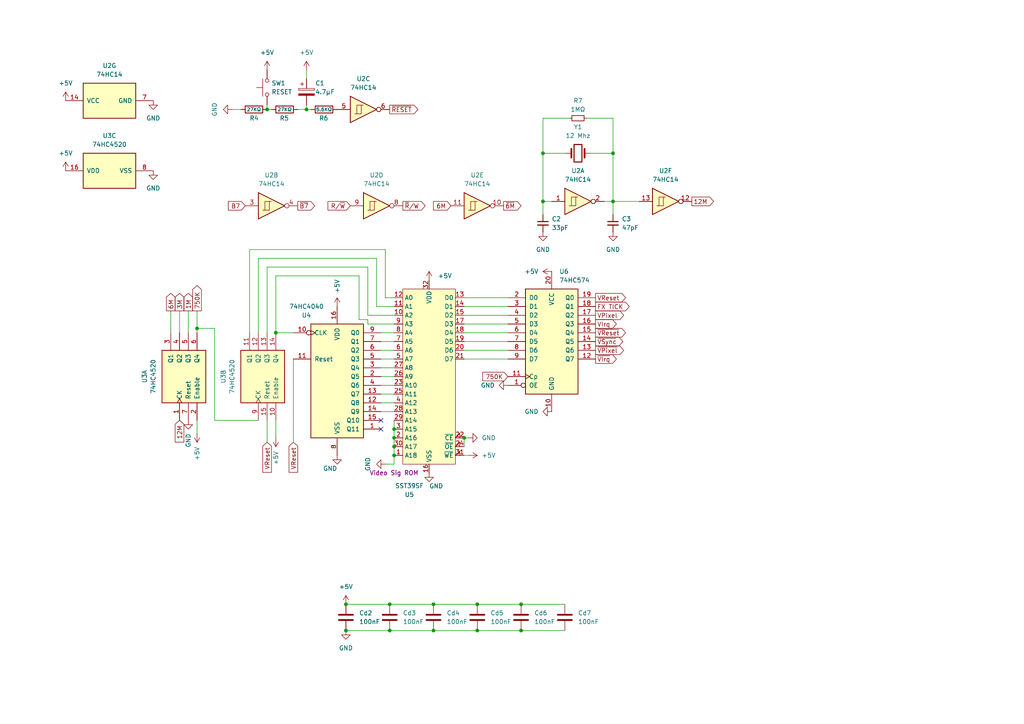
<source format=kicad_sch>
(kicad_sch (version 20230121) (generator eeschema)
  (paper "A4")
  (title_block (title "Clock and Reset"))
  (lib_symbols
    (symbol "4xxx:4040" (pin_names (offset 1.016))
      (property "Reference" "U" (at -7.62 16.51 0))
      (property "Value" "4040" (at -7.62 -19.05 0))
      (symbol "4040_1_0"
        (pin output line (at 12.7 -15.24 180) (length 5.08) (name "Q11") (number "1"))
        (pin input inverted_clock (at -12.7 12.7 0) (length 5.08) (name "CLK") (number "10"))
        (pin input line (at -12.7 5.08 0) (length 5.08) (name "Reset") (number "11"))
        (pin output line (at 12.7 -7.62 180) (length 5.08) (name "Q8") (number "12"))
        (pin output line (at 12.7 -5.08 180) (length 5.08) (name "Q7") (number "13"))
        (pin output line (at 12.7 -10.16 180) (length 5.08) (name "Q9") (number "14"))
        (pin output line (at 12.7 -12.7 180) (length 5.08) (name "Q10") (number "15"))
        (pin power_in line (at 0 20.32 270) (length 5.08) (name "VDD") (number "16"))
        (pin output line (at 12.7 0 180) (length 5.08) (name "Q5") (number "2"))
        (pin output line (at 12.7 2.54 180) (length 5.08) (name "Q4") (number "3"))
        (pin output line (at 12.7 -2.54 180) (length 5.08) (name "Q6") (number "4"))
        (pin output line (at 12.7 5.08 180) (length 5.08) (name "Q3") (number "5"))
        (pin output line (at 12.7 7.62 180) (length 5.08) (name "Q2") (number "6"))
        (pin output line (at 12.7 10.16 180) (length 5.08) (name "Q1") (number "7"))
        (pin power_in line (at 0 -22.86 90) (length 5.08) (name "VSS") (number "8"))
        (pin output line (at 12.7 12.7 180) (length 5.08) (name "Q0") (number "9"))
      )
      (symbol "4040_1_1"
        (rectangle (start -7.62 15.24) (end 7.62 -17.78) (stroke (width 0.254)) (fill (type background)))
      )
    )
    (symbol "4xxx:4520" (pin_names (offset 1.016))
      (property "Reference" "U" (at -7.62 8.89 0))
      (property "Value" "4520" (at -7.62 -8.89 0))
      (symbol "4520_1_0"
        (pin input clock (at -12.7 0 0) (length 5.08) (name "CK") (number "1"))
        (pin input line (at -12.7 -5.08 0) (length 5.08) (name "Enable") (number "2"))
        (pin output line (at 12.7 2.54 180) (length 5.08) (name "Q1") (number "3"))
        (pin output line (at 12.7 0 180) (length 5.08) (name "Q2") (number "4"))
        (pin output line (at 12.7 -2.54 180) (length 5.08) (name "Q3") (number "5"))
        (pin output line (at 12.7 -5.08 180) (length 5.08) (name "Q4") (number "6"))
        (pin input line (at -12.7 -2.54 0) (length 5.08) (name "Reset") (number "7"))
      )
      (symbol "4520_1_1"
        (rectangle (start -7.62 5.08) (end 7.62 -7.62) (stroke (width 0.254)) (fill (type background)))
      )
      (symbol "4520_2_0"
        (pin input line (at -12.7 -5.08 0) (length 5.08) (name "Enable") (number "10"))
        (pin output line (at 12.7 2.54 180) (length 5.08) (name "Q1") (number "11"))
        (pin output line (at 12.7 0 180) (length 5.08) (name "Q2") (number "12"))
        (pin output line (at 12.7 -2.54 180) (length 5.08) (name "Q3") (number "13"))
        (pin output line (at 12.7 -5.08 180) (length 5.08) (name "Q4") (number "14"))
        (pin input line (at -12.7 -2.54 0) (length 5.08) (name "Reset") (number "15"))
        (pin input clock (at -12.7 0 0) (length 5.08) (name "CK") (number "9"))
      )
      (symbol "4520_2_1"
        (rectangle (start -7.62 5.08) (end 7.62 -7.62) (stroke (width 0.254)) (fill (type background)))
      )
      (symbol "4520_3_0"
        (pin power_in line (at 0 12.7 270) (length 5.08) (name "VDD") (number "16"))
        (pin power_in line (at 0 -12.7 90) (length 5.08) (name "VSS") (number "8"))
      )
      (symbol "4520_3_1"
        (rectangle (start -5.08 7.62) (end 5.08 -7.62) (stroke (width 0.254)) (fill (type background)))
      )
    )
    (symbol "74xx:74HC14" (pin_names (offset 1.016))
      (property "Reference" "U" (at 0 1.27 0))
      (property "Value" "74HC14" (at 0 -1.27 0))
      (symbol "74HC14_1_0"
        (polyline (pts (xy -3.81 3.81) (xy -3.81 -3.81) (xy 3.81 0) (xy -3.81 3.81)) (stroke (width 0.254)) (fill (type background)))
        (pin input line (at -7.62 0 0) (length 3.81) (name "~") (number "1"))
        (pin output inverted (at 7.62 0 180) (length 3.81) (name "~") (number "2"))
      )
      (symbol "74HC14_1_1"
        (polyline (pts (xy -1.905 -1.27) (xy -1.905 1.27) (xy -0.635 1.27)))
        (polyline (pts (xy -2.54 -1.27) (xy -0.635 -1.27) (xy -0.635 1.27) (xy 0 1.27)))
      )
      (symbol "74HC14_2_0"
        (polyline (pts (xy -3.81 3.81) (xy -3.81 -3.81) (xy 3.81 0) (xy -3.81 3.81)) (stroke (width 0.254)) (fill (type background)))
        (pin input line (at -7.62 0 0) (length 3.81) (name "~") (number "3"))
        (pin output inverted (at 7.62 0 180) (length 3.81) (name "~") (number "4"))
      )
      (symbol "74HC14_2_1"
        (polyline (pts (xy -1.905 -1.27) (xy -1.905 1.27) (xy -0.635 1.27)))
        (polyline (pts (xy -2.54 -1.27) (xy -0.635 -1.27) (xy -0.635 1.27) (xy 0 1.27)))
      )
      (symbol "74HC14_3_0"
        (polyline (pts (xy -3.81 3.81) (xy -3.81 -3.81) (xy 3.81 0) (xy -3.81 3.81)) (stroke (width 0.254)) (fill (type background)))
        (pin input line (at -7.62 0 0) (length 3.81) (name "~") (number "5"))
        (pin output inverted (at 7.62 0 180) (length 3.81) (name "~") (number "6"))
      )
      (symbol "74HC14_3_1"
        (polyline (pts (xy -1.905 -1.27) (xy -1.905 1.27) (xy -0.635 1.27)))
        (polyline (pts (xy -2.54 -1.27) (xy -0.635 -1.27) (xy -0.635 1.27) (xy 0 1.27)))
      )
      (symbol "74HC14_4_0"
        (polyline (pts (xy -3.81 3.81) (xy -3.81 -3.81) (xy 3.81 0) (xy -3.81 3.81)) (stroke (width 0.254)) (fill (type background)))
        (pin output inverted (at 7.62 0 180) (length 3.81) (name "~") (number "8"))
        (pin input line (at -7.62 0 0) (length 3.81) (name "~") (number "9"))
      )
      (symbol "74HC14_4_1"
        (polyline (pts (xy -1.905 -1.27) (xy -1.905 1.27) (xy -0.635 1.27)))
        (polyline (pts (xy -2.54 -1.27) (xy -0.635 -1.27) (xy -0.635 1.27) (xy 0 1.27)))
      )
      (symbol "74HC14_5_0"
        (polyline (pts (xy -3.81 3.81) (xy -3.81 -3.81) (xy 3.81 0) (xy -3.81 3.81)) (stroke (width 0.254)) (fill (type background)))
        (pin output inverted (at 7.62 0 180) (length 3.81) (name "~") (number "10"))
        (pin input line (at -7.62 0 0) (length 3.81) (name "~") (number "11"))
      )
      (symbol "74HC14_5_1"
        (polyline (pts (xy -1.905 -1.27) (xy -1.905 1.27) (xy -0.635 1.27)))
        (polyline (pts (xy -2.54 -1.27) (xy -0.635 -1.27) (xy -0.635 1.27) (xy 0 1.27)))
      )
      (symbol "74HC14_6_0"
        (polyline (pts (xy -3.81 3.81) (xy -3.81 -3.81) (xy 3.81 0) (xy -3.81 3.81)) (stroke (width 0.254)) (fill (type background)))
        (pin output inverted (at 7.62 0 180) (length 3.81) (name "~") (number "12"))
        (pin input line (at -7.62 0 0) (length 3.81) (name "~") (number "13"))
      )
      (symbol "74HC14_6_1"
        (polyline (pts (xy -1.905 -1.27) (xy -1.905 1.27) (xy -0.635 1.27)))
        (polyline (pts (xy -2.54 -1.27) (xy -0.635 -1.27) (xy -0.635 1.27) (xy 0 1.27)))
      )
      (symbol "74HC14_7_0"
        (pin power_in line (at 0 12.7 270) (length 5.08) (name "VCC") (number "14"))
        (pin power_in line (at 0 -12.7 90) (length 5.08) (name "GND") (number "7"))
      )
      (symbol "74HC14_7_1"
        (rectangle (start -5.08 7.62) (end 5.08 -7.62) (stroke (width 0.254)) (fill (type background)))
      )
    )
    (symbol "74xx:74HCT574" (pin_names (offset 1.016))
      (property "Reference" "U" (at -7.62 16.51 0))
      (property "Value" "74HCT574" (at -7.62 -16.51 0))
      (symbol "74HCT574_1_0"
        (pin input inverted (at -12.7 -12.7 0) (length 5.08) (name "OE") (number "1"))
        (pin power_in line (at 0 -20.32 90) (length 5.08) (name "GND") (number "10"))
        (pin input clock (at -12.7 -10.16 0) (length 5.08) (name "Cp") (number "11"))
        (pin tri_state line (at 12.7 -5.08 180) (length 5.08) (name "Q7") (number "12"))
        (pin tri_state line (at 12.7 -2.54 180) (length 5.08) (name "Q6") (number "13"))
        (pin tri_state line (at 12.7 0 180) (length 5.08) (name "Q5") (number "14"))
        (pin tri_state line (at 12.7 2.54 180) (length 5.08) (name "Q4") (number "15"))
        (pin tri_state line (at 12.7 5.08 180) (length 5.08) (name "Q3") (number "16"))
        (pin tri_state line (at 12.7 7.62 180) (length 5.08) (name "Q2") (number "17"))
        (pin tri_state line (at 12.7 10.16 180) (length 5.08) (name "Q1") (number "18"))
        (pin tri_state line (at 12.7 12.7 180) (length 5.08) (name "Q0") (number "19"))
        (pin input line (at -12.7 12.7 0) (length 5.08) (name "D0") (number "2"))
        (pin power_in line (at 0 20.32 270) (length 5.08) (name "VCC") (number "20"))
        (pin input line (at -12.7 10.16 0) (length 5.08) (name "D1") (number "3"))
        (pin input line (at -12.7 7.62 0) (length 5.08) (name "D2") (number "4"))
        (pin input line (at -12.7 5.08 0) (length 5.08) (name "D3") (number "5"))
        (pin input line (at -12.7 2.54 0) (length 5.08) (name "D4") (number "6"))
        (pin input line (at -12.7 0 0) (length 5.08) (name "D5") (number "7"))
        (pin input line (at -12.7 -2.54 0) (length 5.08) (name "D6") (number "8"))
        (pin input line (at -12.7 -5.08 0) (length 5.08) (name "D7") (number "9"))
      )
      (symbol "74HCT574_1_1"
        (rectangle (start -7.62 15.24) (end 7.62 -15.24) (stroke (width 0.254)) (fill (type background)))
      )
    )
    (symbol "Device:C" (pin_numbers hide) (pin_names (offset 0.254))
      (property "Reference" "C" (at 0.635 2.54 0))
      (property "Value" "C" (at 0.635 -2.54 0))
      (symbol "C_0_1"
        (polyline (pts (xy -2.032 -0.762) (xy 2.032 -0.762)) (stroke (width 0.508)))
        (polyline (pts (xy -2.032 0.762) (xy 2.032 0.762)) (stroke (width 0.508)))
      )
      (symbol "C_1_1"
        (pin passive line (at 0 3.81 270) (length 2.794) (name "~") (number "1"))
        (pin passive line (at 0 -3.81 90) (length 2.794) (name "~") (number "2"))
      )
    )
    (symbol "Device:C_Polarized" (pin_numbers hide) (pin_names (offset 0.254))
      (property "Reference" "C" (at 0.635 2.54 0))
      (property "Value" "C_Polarized" (at 0.635 -2.54 0))
      (symbol "C_Polarized_0_1"
        (rectangle (start -2.286 0.508) (end 2.286 1.016))
        (polyline (pts (xy -1.778 2.286) (xy -0.762 2.286)))
        (polyline (pts (xy -1.27 2.794) (xy -1.27 1.778)))
        (rectangle (start 2.286 -0.508) (end -2.286 -1.016) (fill (type outline)))
      )
      (symbol "C_Polarized_1_1"
        (pin passive line (at 0 3.81 270) (length 2.794) (name "~") (number "1"))
        (pin passive line (at 0 -3.81 90) (length 2.794) (name "~") (number "2"))
      )
    )
    (symbol "Device:C_Small" (pin_numbers hide) (pin_names (offset 0.254) hide)
      (property "Reference" "C" (at 0.254 1.778 0))
      (property "Value" "C_Small" (at 0.254 -2.032 0))
      (symbol "C_Small_0_1"
        (polyline (pts (xy -1.524 -0.508) (xy 1.524 -0.508)) (stroke (width 0.3302)))
        (polyline (pts (xy -1.524 0.508) (xy 1.524 0.508)) (stroke (width 0.3048)))
      )
      (symbol "C_Small_1_1"
        (pin passive line (at 0 2.54 270) (length 2.032) (name "~") (number "1"))
        (pin passive line (at 0 -2.54 90) (length 2.032) (name "~") (number "2"))
      )
    )
    (symbol "Device:Crystal" (pin_numbers hide) (pin_names (offset 1.016) hide)
      (property "Reference" "Y" (at 0 3.81 0))
      (property "Value" "Crystal" (at 0 -3.81 0))
      (symbol "Crystal_0_1"
        (rectangle (start -1.143 2.54) (end 1.143 -2.54) (stroke (width 0.3048)))
        (polyline (pts (xy -2.54 0) (xy -1.905 0)))
        (polyline (pts (xy -1.905 -1.27) (xy -1.905 1.27)) (stroke (width 0.508)))
        (polyline (pts (xy 1.905 -1.27) (xy 1.905 1.27)) (stroke (width 0.508)))
        (polyline (pts (xy 2.54 0) (xy 1.905 0)))
      )
      (symbol "Crystal_1_1"
        (pin passive line (at -3.81 0 0) (length 1.27) (name "1") (number "1"))
        (pin passive line (at 3.81 0 180) (length 1.27) (name "2") (number "2"))
      )
    )
    (symbol "Device:R" (pin_numbers hide) (pin_names (offset 0))
      (property "Reference" "R" (at 2.032 0 90))
      (property "Value" "R" (at 0 0 90))
      (symbol "R_0_1"
        (rectangle (start -1.016 -2.54) (end 1.016 2.54) (stroke (width 0.254)))
      )
      (symbol "R_1_1"
        (pin passive line (at 0 3.81 270) (length 1.27) (name "~") (number "1"))
        (pin passive line (at 0 -3.81 90) (length 1.27) (name "~") (number "2"))
      )
    )
    (symbol "Device:R_Small" (pin_numbers hide) (pin_names (offset 0.254) hide)
      (property "Reference" "R" (at 0.762 0.508 0))
      (property "Value" "R_Small" (at 0.762 -1.016 0))
      (symbol "R_Small_0_1"
        (rectangle (start -0.762 1.778) (end 0.762 -1.778) (stroke (width 0.2032)))
      )
      (symbol "R_Small_1_1"
        (pin passive line (at 0 2.54 270) (length 0.762) (name "~") (number "1"))
        (pin passive line (at 0 -2.54 90) (length 0.762) (name "~") (number "2"))
      )
    )
    (symbol "Memory_Lib:SST39SF040"
      (property "Reference" "U" (at 11.43 54.61 0))
      (property "Value" "SST39SF040" (at 19.05 52.07 0))
      (symbol "SST39SF040_1_1"
        (rectangle (start 0 50.8) (end 15.24 0) (fill (type background)))
        (pin input line (at -2.54 2.54 0) (length 2.54) (name "A18") (number "1"))
        (pin input line (at -2.54 43.18 0) (length 2.54) (name "A2") (number "10"))
        (pin input line (at -2.54 45.72 0) (length 2.54) (name "A1") (number "11"))
        (pin input line (at -2.54 48.26 0) (length 2.54) (name "A0") (number "12"))
        (pin bidirectional line (at 17.78 48.26 180) (length 2.54) (name "D0") (number "13"))
        (pin bidirectional line (at 17.78 45.72 180) (length 2.54) (name "D1") (number "14"))
        (pin bidirectional line (at 17.78 43.18 180) (length 2.54) (name "D2") (number "15"))
        (pin power_in line (at 7.62 -2.54 90) (length 2.54) (name "VSS") (number "16"))
        (pin bidirectional line (at 17.78 40.64 180) (length 2.54) (name "D3") (number "17"))
        (pin bidirectional line (at 17.78 38.1 180) (length 2.54) (name "D4") (number "18"))
        (pin bidirectional line (at 17.78 35.56 180) (length 2.54) (name "D5") (number "19"))
        (pin input line (at -2.54 7.62 0) (length 2.54) (name "A16") (number "2"))
        (pin bidirectional line (at 17.78 33.02 180) (length 2.54) (name "D6") (number "20"))
        (pin bidirectional line (at 17.78 30.48 180) (length 2.54) (name "D7") (number "21"))
        (pin input input_low (at 17.78 7.62 180) (length 2.54) (name "~{CE}") (number "22"))
        (pin input line (at -2.54 22.86 0) (length 2.54) (name "A10") (number "23"))
        (pin input input_low (at 17.78 5.08 180) (length 2.54) (name "~{OE}") (number "24"))
        (pin input line (at -2.54 20.32 0) (length 2.54) (name "A11") (number "25"))
        (pin input line (at -2.54 25.4 0) (length 2.54) (name "A9") (number "26"))
        (pin input line (at -2.54 27.94 0) (length 2.54) (name "A8") (number "27"))
        (pin input line (at -2.54 15.24 0) (length 2.54) (name "A13") (number "28"))
        (pin input line (at -2.54 12.7 0) (length 2.54) (name "A14") (number "29"))
        (pin input line (at -2.54 10.16 0) (length 2.54) (name "A15") (number "3"))
        (pin input line (at -2.54 5.08 0) (length 2.54) (name "A17") (number "30"))
        (pin input input_low (at 17.78 2.54 180) (length 2.54) (name "~{WE}") (number "31"))
        (pin power_in line (at 7.62 53.34 270) (length 2.54) (name "VDD") (number "32"))
        (pin input line (at -2.54 17.78 0) (length 2.54) (name "A12") (number "4"))
        (pin input line (at -2.54 30.48 0) (length 2.54) (name "A7") (number "5"))
        (pin input line (at -2.54 33.02 0) (length 2.54) (name "A6") (number "6"))
        (pin input line (at -2.54 35.56 0) (length 2.54) (name "A5") (number "7"))
        (pin input line (at -2.54 38.1 0) (length 2.54) (name "A4") (number "8"))
        (pin input line (at -2.54 40.64 0) (length 2.54) (name "A3") (number "9"))
      )
    )
    (symbol "Switch:SW_Push" (pin_numbers hide) (pin_names (offset 1.016) hide)
      (property "Reference" "SW" (at 1.27 2.54 0))
      (property "Value" "SW_Push" (at 0 -1.524 0))
      (symbol "SW_Push_0_1"
        (circle (center -2.032 0) (radius 0.508))
        (polyline (pts (xy 0 1.27) (xy 0 3.048)))
        (polyline (pts (xy 2.54 1.27) (xy -2.54 1.27)))
        (circle (center 2.032 0) (radius 0.508))
        (pin passive line (at -5.08 0 0) (length 2.54) (name "1") (number "1"))
        (pin passive line (at 5.08 0 180) (length 2.54) (name "2") (number "2"))
      )
    )
    (symbol "power:+5V" (power) (pin_names (offset 0))
      (property "Value" "+5V" (at 0 3.556 0))
      (symbol "+5V_0_1"
        (polyline (pts (xy -0.762 1.27) (xy 0 2.54)))
        (polyline (pts (xy 0 0) (xy 0 2.54)))
        (polyline (pts (xy 0 2.54) (xy 0.762 1.27)))
      )
      (symbol "+5V_1_1"
        (pin power_in line (at 0 0 90) (length 0) hide (name "+5V") (number "1"))
      )
    )
    (symbol "power:GND" (power) (pin_names (offset 0))
      (property "Value" "GND" (at 0 -3.81 0))
      (symbol "GND_0_1"
        (polyline (pts (xy 0 0) (xy 0 -1.27) (xy 1.27 -1.27) (xy 0 -2.54) (xy -1.27 -1.27) (xy 0 -1.27)))
      )
      (symbol "GND_1_1"
        (pin power_in line (at 0 0 270) (length 0) hide (name "GND") (number "1"))
      )
    )
  )
  (junction (at 100.33 182.88))
  (junction (at 151.13 175.26))
  (junction (at 114.3 124.46))
  (junction (at 113.03 182.88))
  (junction (at 113.03 175.26))
  (junction (at 114.3 127))
  (junction (at 151.13 182.88))
  (junction (at 114.3 129.54))
  (junction (at 125.73 182.88))
  (junction (at 138.43 175.26))
  (junction (at 114.3 132.08))
  (junction (at 77.47 31.75))
  (junction (at 177.8 44.45))
  (junction (at 80.01 96.52))
  (junction (at 138.43 182.88))
  (junction (at 57.15 95.25))
  (junction (at 134.62 127))
  (junction (at 177.8 58.42))
  (junction (at 100.33 175.26))
  (junction (at 157.48 58.42))
  (junction (at 125.73 175.26))
  (junction (at 88.9 31.75))
  (junction (at 157.48 44.45))
  (no_connect (at 110.49 121.92))
  (no_connect (at 110.49 124.46))
  (wire (pts (xy 177.8 62.23) (xy 177.8 58.42)))
  (wire (pts (xy 111.76 86.36) (xy 111.76 72.39)))
  (wire (pts (xy 170.18 34.29) (xy 177.8 34.29)))
  (wire (pts (xy 77.47 128.27) (xy 77.47 121.92)))
  (wire (pts (xy 157.48 44.45) (xy 163.83 44.45)))
  (wire (pts (xy 138.43 182.88) (xy 151.13 182.88)))
  (wire (pts (xy 114.3 99.06) (xy 110.49 99.06)))
  (wire (pts (xy 67.31 31.75) (xy 69.85 31.75)))
  (wire (pts (xy 72.39 72.39) (xy 111.76 72.39)))
  (wire (pts (xy 74.93 74.93) (xy 74.93 96.52)))
  (wire (pts (xy 114.3 96.52) (xy 110.49 96.52)))
  (wire (pts (xy 114.3 109.22) (xy 110.49 109.22)))
  (wire (pts (xy 62.23 95.25) (xy 57.15 95.25)))
  (wire (pts (xy 147.32 104.14) (xy 134.62 104.14)))
  (wire (pts (xy 77.47 31.75) (xy 77.47 30.48)))
  (wire (pts (xy 49.53 90.17) (xy 49.53 96.52)))
  (wire (pts (xy 114.3 88.9) (xy 109.22 88.9)))
  (wire (pts (xy 147.32 96.52) (xy 134.62 96.52)))
  (wire (pts (xy 106.68 93.98) (xy 114.3 93.98)))
  (wire (pts (xy 151.13 182.88) (xy 163.83 182.88)))
  (wire (pts (xy 114.3 106.68) (xy 110.49 106.68)))
  (wire (pts (xy 147.32 101.6) (xy 134.62 101.6)))
  (wire (pts (xy 114.3 132.08) (xy 114.3 129.54)))
  (wire (pts (xy 85.09 128.27) (xy 85.09 104.14)))
  (wire (pts (xy 114.3 86.36) (xy 111.76 86.36)))
  (wire (pts (xy 160.02 58.42) (xy 157.48 58.42)))
  (wire (pts (xy 177.8 58.42) (xy 185.42 58.42)))
  (wire (pts (xy 106.68 92.71) (xy 106.68 93.98)))
  (wire (pts (xy 54.61 90.17) (xy 54.61 96.52)))
  (wire (pts (xy 114.3 129.54) (xy 114.3 127)))
  (wire (pts (xy 135.89 127) (xy 134.62 127)))
  (wire (pts (xy 177.8 44.45) (xy 171.45 44.45)))
  (wire (pts (xy 114.3 104.14) (xy 110.49 104.14)))
  (wire (pts (xy 88.9 20.32) (xy 88.9 22.86)))
  (wire (pts (xy 114.3 116.84) (xy 110.49 116.84)))
  (wire (pts (xy 80.01 127) (xy 80.01 121.92)))
  (wire (pts (xy 177.8 44.45) (xy 177.8 58.42)))
  (wire (pts (xy 177.8 34.29) (xy 177.8 44.45)))
  (wire (pts (xy 147.32 91.44) (xy 134.62 91.44)))
  (wire (pts (xy 114.3 124.46) (xy 114.3 121.92)))
  (wire (pts (xy 57.15 125.73) (xy 57.15 121.92)))
  (wire (pts (xy 114.3 111.76) (xy 110.49 111.76)))
  (wire (pts (xy 80.01 96.52) (xy 85.09 96.52)))
  (wire (pts (xy 109.22 74.93) (xy 74.93 74.93)))
  (wire (pts (xy 114.3 127) (xy 114.3 124.46)))
  (wire (pts (xy 100.33 175.26) (xy 113.03 175.26)))
  (wire (pts (xy 175.26 58.42) (xy 177.8 58.42)))
  (wire (pts (xy 113.03 182.88) (xy 125.73 182.88)))
  (wire (pts (xy 104.14 80.01) (xy 80.01 80.01)))
  (wire (pts (xy 72.39 72.39) (xy 72.39 96.52)))
  (wire (pts (xy 111.76 134.62) (xy 114.3 134.62)))
  (wire (pts (xy 135.89 132.08) (xy 134.62 132.08)))
  (wire (pts (xy 125.73 175.26) (xy 138.43 175.26)))
  (wire (pts (xy 100.33 182.88) (xy 113.03 182.88)))
  (wire (pts (xy 77.47 77.47) (xy 106.68 77.47)))
  (wire (pts (xy 109.22 88.9) (xy 109.22 74.93)))
  (wire (pts (xy 134.62 127) (xy 134.62 129.54)))
  (wire (pts (xy 78.74 31.75) (xy 77.47 31.75)))
  (wire (pts (xy 114.3 114.3) (xy 110.49 114.3)))
  (wire (pts (xy 86.36 31.75) (xy 88.9 31.75)))
  (wire (pts (xy 147.32 99.06) (xy 134.62 99.06)))
  (wire (pts (xy 88.9 30.48) (xy 88.9 31.75)))
  (wire (pts (xy 104.14 92.71) (xy 106.68 92.71)))
  (wire (pts (xy 74.93 121.92) (xy 62.23 121.92)))
  (wire (pts (xy 147.32 88.9) (xy 134.62 88.9)))
  (wire (pts (xy 104.14 80.01) (xy 104.14 92.71)))
  (wire (pts (xy 106.68 77.47) (xy 106.68 91.44)))
  (wire (pts (xy 106.68 91.44) (xy 114.3 91.44)))
  (wire (pts (xy 52.07 90.17) (xy 52.07 96.52)))
  (wire (pts (xy 151.13 175.26) (xy 163.83 175.26)))
  (wire (pts (xy 80.01 96.52) (xy 80.01 80.01)))
  (wire (pts (xy 157.48 44.45) (xy 157.48 58.42)))
  (wire (pts (xy 138.43 175.26) (xy 151.13 175.26)))
  (wire (pts (xy 165.1 34.29) (xy 157.48 34.29)))
  (wire (pts (xy 157.48 34.29) (xy 157.48 44.45)))
  (wire (pts (xy 57.15 95.25) (xy 57.15 90.17)))
  (wire (pts (xy 114.3 119.38) (xy 110.49 119.38)))
  (wire (pts (xy 125.73 182.88) (xy 138.43 182.88)))
  (wire (pts (xy 114.3 101.6) (xy 110.49 101.6)))
  (wire (pts (xy 77.47 77.47) (xy 77.47 96.52)))
  (wire (pts (xy 147.32 86.36) (xy 134.62 86.36)))
  (wire (pts (xy 114.3 134.62) (xy 114.3 132.08)))
  (wire (pts (xy 147.32 93.98) (xy 134.62 93.98)))
  (wire (pts (xy 57.15 96.52) (xy 57.15 95.25)))
  (wire (pts (xy 157.48 62.23) (xy 157.48 58.42)))
  (wire (pts (xy 90.17 31.75) (xy 88.9 31.75)))
  (wire (pts (xy 113.03 175.26) (xy 125.73 175.26)))
  (wire (pts (xy 62.23 121.92) (xy 62.23 95.25)))
  (global_label "3M" (shape output) (at 52.07 90.17 90) (property "Intersheetrefs" "${INTERSHEET_REFS}" (effects hide)))
  (global_label "~{R}{slash}W" (shape output) (at 116.84 59.69 0) (property "Intersheetrefs" "${INTERSHEET_REFS}" (effects hide)))
  (global_label "1M" (shape output) (at 54.61 90.17 90) (property "Intersheetrefs" "${INTERSHEET_REFS}" (effects hide)))
  (global_label "~{VIrq}" (shape output) (at 172.72 104.14 0) (property "Intersheetrefs" "${INTERSHEET_REFS}" (effects hide)))
  (global_label "~{VSync}" (shape output) (at 172.72 99.06 0) (property "Intersheetrefs" "${INTERSHEET_REFS}" (effects hide)))
  (global_label "~{RESET}" (shape output) (at 113.03 31.75 0) (property "Intersheetrefs" "${INTERSHEET_REFS}" (effects hide)))
  (global_label "VReset" (shape input) (at 85.09 128.27 270) (property "Intersheetrefs" "${INTERSHEET_REFS}" (effects hide)))
  (global_label "~{6M}" (shape output) (at 146.05 59.69 0) (property "Intersheetrefs" "${INTERSHEET_REFS}" (effects hide)))
  (global_label "VReset" (shape output) (at 172.72 86.36 0) (property "Intersheetrefs" "${INTERSHEET_REFS}" (effects hide)))
  (global_label "VReset" (shape input) (at 77.47 128.27 270) (property "Intersheetrefs" "${INTERSHEET_REFS}" (effects hide)))
  (global_label "~{VPixel}" (shape output) (at 172.72 101.6 0) (property "Intersheetrefs" "${INTERSHEET_REFS}" (effects hide)))
  (global_label "6M" (shape output) (at 49.53 90.17 90) (property "Intersheetrefs" "${INTERSHEET_REFS}" (effects hide)))
  (global_label "12M" (shape output) (at 200.66 58.42 0) (property "Intersheetrefs" "${INTERSHEET_REFS}" (effects hide)))
  (global_label "750K" (shape input) (at 147.32 109.22 180) (property "Intersheetrefs" "${INTERSHEET_REFS}" (effects hide)))
  (global_label "B7" (shape input) (at 71.12 59.69 180) (property "Intersheetrefs" "${INTERSHEET_REFS}" (effects hide)))
  (global_label "750K" (shape output) (at 57.15 90.17 90) (property "Intersheetrefs" "${INTERSHEET_REFS}" (effects hide)))
  (global_label "12M" (shape input) (at 52.07 121.92 270) (property "Intersheetrefs" "${INTERSHEET_REFS}" (effects hide)))
  (global_label "R{slash}~{W}" (shape input) (at 101.6 59.69 180) (property "Intersheetrefs" "${INTERSHEET_REFS}" (effects hide)))
  (global_label "VPixel" (shape output) (at 172.72 91.44 0) (property "Intersheetrefs" "${INTERSHEET_REFS}" (effects hide)))
  (global_label "VIrq" (shape output) (at 172.72 93.98 0) (property "Intersheetrefs" "${INTERSHEET_REFS}" (effects hide)))
  (global_label "6M" (shape input) (at 130.81 59.69 180) (property "Intersheetrefs" "${INTERSHEET_REFS}" (effects hide)))
  (global_label "~{VReset}" (shape output) (at 172.72 96.52 0) (property "Intersheetrefs" "${INTERSHEET_REFS}" (effects hide)))
  (global_label "FX TICK" (shape output) (at 172.72 88.9 0) (property "Intersheetrefs" "${INTERSHEET_REFS}" (effects hide)))
  (global_label "~{B7}" (shape output) (at 86.36 59.69 0) (property "Intersheetrefs" "${INTERSHEET_REFS}" (effects hide)))
  (symbol (lib_id "Device:C") (at 125.73 179.07 0) (unit 1)
    (property "Reference" "Cd4" (at 129.54 177.8 0) (effects (justify left)))
    (property "Value" "100nF" (at 129.54 180.34 0) (effects (justify left)))
    (property "Footprint" "Capacitor_THT:C_Disc_D3.0mm_W2.0mm_P2.50mm" (effects hide))
  )
  (symbol (lib_id "power:GND") (at 124.46 137.16 0) (unit 1)
    (property "Reference" "#PWR025" (effects hide))
    (property "Value" "GND" (at 124.46 140.97 0) (effects (justify left)))
  )
  (symbol (lib_id "power:+5V") (at 77.47 20.32 0) (unit 1)
    (property "Reference" "#PWR016" (effects hide))
    (property "Value" "+5V" (at 77.47 15.24 0))
  )
  (symbol (lib_id "power:+5V") (at 19.05 29.21 0) (unit 1)
    (property "Reference" "#PWR09" (effects hide))
    (property "Value" "+5V" (at 19.05 24.13 0))
  )
  (symbol (lib_id "power:GND") (at 177.8 67.31 0) (unit 1)
    (property "Reference" "#PWR032" (effects hide))
    (property "Value" "GND" (at 177.8 72.39 0))
  )
  (symbol (lib_id "Device:R") (at 93.98 31.75 90) (mirror x) (unit 1)
    (property "Reference" "R6" (at 95.25 34.29 90) (effects (justify left)))
    (property "Value" "5.6KΩ" (at 93.98 31.75 90) (effects (font (size 1 1))))
    (property "Footprint" "Resistor_THT:R_Axial_DIN0204_L3.6mm_D1.6mm_P7.62mm_Horizontal" (effects hide))
  )
  (symbol (lib_id "74xx:74HC14") (at 138.43 59.69 0) (unit 5)
    (property "Reference" "U2" (at 138.43 50.8 0))
    (property "Value" "74HC14" (at 138.43 53.34 0))
    (property "Footprint" "PCM_Package_DIP_AKL:DIP-14_W7.62mm_Socket_LongPads" (effects hide))
    (property "Datasheet" "http://www.ti.com/lit/gpn/sn74HC14" (effects hide))
  )
  (symbol (lib_id "power:+5V") (at 160.02 78.74 90) (unit 1)
    (property "Reference" "#PWR030" (effects hide))
    (property "Value" "+5V" (at 156.21 78.74 90) (effects (justify left)))
  )
  (symbol (lib_id "power:GND") (at 111.76 134.62 270) (unit 1)
    (property "Reference" "#PWR023" (effects hide))
    (property "Value" "GND" (at 106.68 134.62 0))
  )
  (symbol (lib_id "Device:R") (at 82.55 31.75 90) (mirror x) (unit 1)
    (property "Reference" "R5" (at 83.82 34.29 90) (effects (justify left)))
    (property "Value" "27KΩ" (at 82.55 31.75 90) (effects (font (size 1 1))))
    (property "Footprint" "Resistor_THT:R_Axial_DIN0204_L3.6mm_D1.6mm_P7.62mm_Horizontal" (effects hide))
  )
  (symbol (lib_id "power:+5V") (at 100.33 175.26 0) (unit 1)
    (property "Reference" "#PWR021" (effects hide))
    (property "Value" "+5V" (at 100.33 170.18 0))
  )
  (symbol (lib_id "4xxx:4520") (at 31.75 49.53 90) (unit 3)
    (property "Reference" "U3" (at 31.75 39.37 90))
    (property "Value" "74HC4520" (at 31.75 41.91 90))
    (property "Footprint" "PCM_Package_DIP_AKL:DIP-16_W7.62mm_Socket_LongPads" (effects hide))
    (property "Datasheet" "http://www.intersil.com/content/dam/Intersil/documents/cd45/cd4518bms-20bms.pdf" (effects hide))
  )
  (symbol (lib_id "74xx:74HC14") (at 105.41 31.75 0) (unit 3)
    (property "Reference" "U2" (at 105.41 22.86 0))
    (property "Value" "74HC14" (at 105.41 25.4 0))
    (property "Footprint" "PCM_Package_DIP_AKL:DIP-14_W7.62mm_Socket_LongPads" (effects hide))
    (property "Datasheet" "http://www.ti.com/lit/gpn/sn74HC14" (effects hide))
  )
  (symbol (lib_id "4xxx:4520") (at 52.07 109.22 90) (unit 1)
    (property "Reference" "U3" (at 41.91 109.22 0))
    (property "Value" "74HC4520" (at 44.45 109.22 0))
    (property "Footprint" "PCM_Package_DIP_AKL:DIP-16_W7.62mm_Socket_LongPads" (effects hide))
    (property "Datasheet" "http://www.intersil.com/content/dam/Intersil/documents/cd45/cd4518bms-20bms.pdf" (effects hide))
  )
  (symbol (lib_id "Device:C") (at 113.03 179.07 0) (unit 1)
    (property "Reference" "Cd3" (at 116.84 177.8 0) (effects (justify left)))
    (property "Value" "100nF" (at 116.84 180.34 0) (effects (justify left)))
    (property "Footprint" "Capacitor_THT:C_Disc_D3.0mm_W2.0mm_P2.50mm" (effects hide))
  )
  (symbol (lib_id "power:+5V") (at 88.9 20.32 0) (unit 1)
    (property "Reference" "#PWR018" (effects hide))
    (property "Value" "+5V" (at 88.9 15.24 0))
  )
  (symbol (lib_id "power:+5V") (at 124.46 81.28 0) (unit 1)
    (property "Reference" "#PWR024" (effects hide))
    (property "Value" "+5V" (at 127 80.01 0) (effects (justify left)))
  )
  (symbol (lib_id "power:GND") (at 67.31 31.75 270) (unit 1)
    (property "Reference" "#PWR015" (effects hide))
    (property "Value" "GND" (at 62.23 31.75 0))
  )
  (symbol (lib_id "Device:C") (at 100.33 179.07 0) (unit 1)
    (property "Reference" "Cd2" (at 104.14 177.8 0) (effects (justify left)))
    (property "Value" "100nF" (at 104.14 180.34 0) (effects (justify left)))
    (property "Footprint" "Capacitor_THT:C_Disc_D3.0mm_W2.0mm_P2.50mm" (effects hide))
  )
  (symbol (lib_id "4xxx:4040") (at 97.79 109.22 0) (unit 1)
    (property "Reference" "U4" (at 88.9 91.44 0))
    (property "Value" "74HC4040" (at 88.9 88.9 0))
    (property "Footprint" "PCM_Package_DIP_AKL:DIP-16_W7.62mm_Socket_LongPads" (effects hide))
    (property "Datasheet" "http://www.intersil.com/content/dam/Intersil/documents/cd40/cd4020bms-24bms-40bms.pdf" (effects hide))
  )
  (symbol (lib_id "Device:R") (at 73.66 31.75 270) (unit 1)
    (property "Reference" "R4" (at 72.39 34.29 90) (effects (justify left)))
    (property "Value" "27KΩ" (at 73.66 31.75 90) (effects (font (size 1 1))))
    (property "Footprint" "Resistor_THT:R_Axial_DIN0204_L3.6mm_D1.6mm_P7.62mm_Horizontal" (effects hide))
  )
  (symbol (lib_id "power:+5V") (at 57.15 125.73 180) (unit 1)
    (property "Reference" "#PWR014" (effects hide))
    (property "Value" "+5V" (at 57.15 129.54 90) (effects (justify left)))
  )
  (symbol (lib_id "power:GND") (at 160.02 119.38 270) (unit 1)
    (property "Reference" "#PWR031" (effects hide))
    (property "Value" "GND" (at 156.21 119.38 90) (effects (justify right)))
  )
  (symbol (lib_id "Device:C_Polarized") (at 88.9 26.67 0) (unit 1)
    (property "Reference" "C1" (at 91.44 24.13 0) (effects (justify left)))
    (property "Value" "4.7µF" (at 91.44 26.67 0) (effects (justify left)))
    (property "Footprint" "Capacitor_THT:CP_Radial_D4.0mm_P1.50mm" (effects hide))
  )
  (symbol (lib_id "power:GND") (at 44.45 49.53 0) (unit 1)
    (property "Reference" "#PWR012" (effects hide))
    (property "Value" "GND" (at 44.45 54.61 0))
  )
  (symbol (lib_id "power:GND") (at 135.89 127 90) (unit 1)
    (property "Reference" "#PWR026" (effects hide))
    (property "Value" "GND" (at 139.7 127 90) (effects (justify right)))
  )
  (symbol (lib_id "Device:R_Small") (at 167.64 34.29 90) (unit 1)
    (property "Reference" "R7" (at 167.64 29.21 90))
    (property "Value" "1MΩ" (at 167.64 31.75 90))
    (property "Footprint" "Resistor_THT:R_Axial_DIN0204_L3.6mm_D1.6mm_P7.62mm_Horizontal" (effects hide))
  )
  (symbol (lib_id "74xx:74HC14") (at 31.75 29.21 90) (unit 7)
    (property "Reference" "U2" (at 31.75 19.05 90))
    (property "Value" "74HC14" (at 31.75 21.59 90))
    (property "Footprint" "PCM_Package_DIP_AKL:DIP-14_W7.62mm_Socket_LongPads" (effects hide))
    (property "Datasheet" "http://www.ti.com/lit/gpn/sn74HC14" (effects hide))
  )
  (symbol (lib_id "power:+5V") (at 19.05 49.53 0) (unit 1)
    (property "Reference" "#PWR010" (effects hide))
    (property "Value" "+5V" (at 19.05 44.45 0))
  )
  (symbol (lib_id "74xx:74HC14") (at 78.74 59.69 0) (unit 2)
    (property "Reference" "U2" (at 78.74 50.8 0))
    (property "Value" "74HC14" (at 78.74 53.34 0))
    (property "Footprint" "PCM_Package_DIP_AKL:DIP-14_W7.62mm_Socket_LongPads" (effects hide))
    (property "Datasheet" "http://www.ti.com/lit/gpn/sn74HC14" (effects hide))
  )
  (symbol (lib_id "Device:Crystal") (at 167.64 44.45 0) (unit 1)
    (property "Reference" "Y1" (at 167.64 36.83 0))
    (property "Value" "12 Mhz" (at 167.64 39.37 0))
    (property "Footprint" "Crystal:Crystal_HC49-U_Vertical" (effects hide))
  )
  (symbol (lib_id "Device:C") (at 138.43 179.07 0) (unit 1)
    (property "Reference" "Cd5" (at 142.24 177.8 0) (effects (justify left)))
    (property "Value" "100nF" (at 142.24 180.34 0) (effects (justify left)))
    (property "Footprint" "Capacitor_THT:C_Disc_D3.0mm_W2.0mm_P2.50mm" (effects hide))
  )
  (symbol (lib_id "power:GND") (at 147.32 111.76 270) (unit 1)
    (property "Reference" "#PWR028" (effects hide))
    (property "Value" "GND" (at 143.51 111.76 90) (effects (justify right)))
  )
  (symbol (lib_id "74xx:74HC14") (at 193.04 58.42 0) (unit 6)
    (property "Reference" "U2" (at 193.04 49.53 0))
    (property "Value" "74HC14" (at 193.04 52.07 0))
    (property "Footprint" "PCM_Package_DIP_AKL:DIP-14_W7.62mm_Socket_LongPads" (effects hide))
    (property "Datasheet" "http://www.ti.com/lit/gpn/sn74HC14" (effects hide))
  )
  (symbol (lib_id "power:GND") (at 54.61 121.92 0) (unit 1)
    (property "Reference" "#PWR013" (effects hide))
    (property "Value" "GND" (at 54.61 125.73 90) (effects (justify right)))
  )
  (symbol (lib_id "power:+5V") (at 135.89 132.08 270) (unit 1)
    (property "Reference" "#PWR027" (effects hide))
    (property "Value" "+5V" (at 139.7 132.08 90) (effects (justify left)))
  )
  (symbol (lib_id "74xx:74HC14") (at 167.64 58.42 0) (unit 1)
    (property "Reference" "U2" (at 167.64 49.53 0))
    (property "Value" "74HC14" (at 167.64 52.07 0))
    (property "Footprint" "PCM_Package_DIP_AKL:DIP-14_W7.62mm_Socket_LongPads" (effects hide))
    (property "Datasheet" "http://www.ti.com/lit/gpn/sn74HC14" (effects hide))
  )
  (symbol (lib_id "power:GND") (at 97.79 132.08 0) (unit 1)
    (property "Reference" "#PWR020" (effects hide))
    (property "Value" "GND" (at 97.79 135.89 0) (effects (justify right)))
  )
  (symbol (lib_id "Memory_Lib:SST39SF040") (at 116.84 134.62 0) (unit 1)
    (property "Reference" "U5" (at 118.745 143.4531 0))
    (property "Value" "SST39SF" (at 118.745 140.9131 0))
    (property "Footprint" "PCM_Package_LCC_AKL:PLCC-32_THT-Socket" (effects hide))
    (property "Datasheet" "https://ww1.microchip.com/downloads/aemDocuments/documents/OTH/ProductDocuments/DataSheets/20005022C.pdf" (effects hide))
    (property "Label" "Video Sig ROM" (at 114.3 137.16 0))
  )
  (symbol (lib_id "power:GND") (at 44.45 29.21 0) (unit 1)
    (property "Reference" "#PWR011" (effects hide))
    (property "Value" "GND" (at 44.45 34.29 0))
  )
  (symbol (lib_id "74xx:74HC14") (at 109.22 59.69 0) (unit 4)
    (property "Reference" "U2" (at 109.22 50.8 0))
    (property "Value" "74HC14" (at 109.22 53.34 0))
    (property "Footprint" "PCM_Package_DIP_AKL:DIP-14_W7.62mm_Socket_LongPads" (effects hide))
    (property "Datasheet" "http://www.ti.com/lit/gpn/sn74HC14" (effects hide))
  )
  (symbol (lib_id "power:GND") (at 100.33 182.88 0) (unit 1)
    (property "Reference" "#PWR022" (effects hide))
    (property "Value" "GND" (at 100.33 187.96 0))
  )
  (symbol (lib_id "Device:C_Small") (at 177.8 64.77 0) (unit 1)
    (property "Reference" "C3" (at 180.34 63.5063 0) (effects (justify left)))
    (property "Value" "47pF" (at 180.34 66.0463 0) (effects (justify left)))
    (property "Footprint" "Capacitor_THT:C_Disc_D3.0mm_W2.0mm_P2.50mm" (effects hide))
  )
  (symbol (lib_id "Device:C") (at 151.13 179.07 0) (unit 1)
    (property "Reference" "Cd6" (at 154.94 177.8 0) (effects (justify left)))
    (property "Value" "100nF" (at 154.94 180.34 0) (effects (justify left)))
    (property "Footprint" "Capacitor_THT:C_Disc_D3.0mm_W2.0mm_P2.50mm" (effects hide))
  )
  (symbol (lib_id "Switch:SW_Push") (at 77.47 25.4 90) (unit 1)
    (property "Reference" "SW1" (at 78.74 24.13 90) (effects (justify right)))
    (property "Value" "RESET" (at 78.74 26.67 90) (effects (justify right)))
    (property "Footprint" "Button_Switch_THT:SW_Tactile_SPST_Angled_PTS645Vx83-2LFS" (effects hide))
  )
  (symbol (lib_id "Device:C") (at 163.83 179.07 0) (unit 1)
    (property "Reference" "Cd7" (at 167.64 177.8 0) (effects (justify left)))
    (property "Value" "100nF" (at 167.64 180.34 0) (effects (justify left)))
    (property "Footprint" "Capacitor_THT:C_Disc_D3.0mm_W2.0mm_P2.50mm" (effects hide))
  )
  (symbol (lib_id "Device:C_Small") (at 157.48 64.77 0) (unit 1)
    (property "Reference" "C2" (at 160.02 63.5063 0) (effects (justify left)))
    (property "Value" "33pF" (at 160.02 66.0463 0) (effects (justify left)))
    (property "Footprint" "Capacitor_THT:C_Disc_D3.0mm_W2.0mm_P2.50mm" (effects hide))
  )
  (symbol (lib_id "power:+5V") (at 80.01 127 180) (unit 1)
    (property "Reference" "#PWR017" (effects hide))
    (property "Value" "+5V" (at 80.01 130.81 90) (effects (justify left)))
  )
  (symbol (lib_id "74xx:74HCT574") (at 160.02 99.06 0) (unit 1)
    (property "Reference" "U6" (at 162.2141 78.74 0) (effects (justify left)))
    (property "Value" "74HC574" (at 162.2141 81.28 0) (effects (justify left)))
    (property "Footprint" "PCM_Package_DIP_AKL:DIP-20_W7.62mm_Socket_LongPads" (effects hide))
    (property "Datasheet" "http://www.ti.com/lit/gpn/sn74HCT574" (effects hide))
  )
  (symbol (lib_id "power:GND") (at 157.48 67.31 0) (unit 1)
    (property "Reference" "#PWR029" (effects hide))
    (property "Value" "GND" (at 157.48 72.39 0))
  )
  (symbol (lib_id "power:+5V") (at 97.79 88.9 0) (unit 1)
    (property "Reference" "#PWR019" (effects hide))
    (property "Value" "+5V" (at 97.79 85.09 90) (effects (justify left)))
  )
  (symbol (lib_id "4xxx:4520") (at 74.93 109.22 90) (unit 2)
    (property "Reference" "U3" (at 64.77 109.22 0))
    (property "Value" "74HC4520" (at 67.31 109.22 0))
    (property "Footprint" "PCM_Package_DIP_AKL:DIP-16_W7.62mm_Socket_LongPads" (effects hide))
    (property "Datasheet" "http://www.intersil.com/content/dam/Intersil/documents/cd45/cd4518bms-20bms.pdf" (effects hide))
  )
)
</source>
